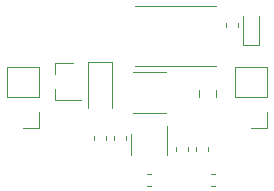
<source format=gto>
G04 #@! TF.GenerationSoftware,KiCad,Pcbnew,(5.1.2)-1*
G04 #@! TF.CreationDate,2019-05-27T15:40:10+12:00*
G04 #@! TF.ProjectId,TinyBEC,54696e79-4245-4432-9e6b-696361645f70,rev?*
G04 #@! TF.SameCoordinates,Original*
G04 #@! TF.FileFunction,Legend,Top*
G04 #@! TF.FilePolarity,Positive*
%FSLAX46Y46*%
G04 Gerber Fmt 4.6, Leading zero omitted, Abs format (unit mm)*
G04 Created by KiCad (PCBNEW (5.1.2)-1) date 2019-05-27 15:40:10*
%MOMM*%
%LPD*%
G04 APERTURE LIST*
%ADD10C,0.120000*%
G04 APERTURE END LIST*
D10*
X126810000Y-108228733D02*
X126810000Y-108571267D01*
X125790000Y-108228733D02*
X125790000Y-108571267D01*
X122113748Y-101890000D02*
X124886252Y-101890000D01*
X122113748Y-105310000D02*
X124886252Y-105310000D01*
X120300000Y-101050000D02*
X118300000Y-101050000D01*
X118300000Y-101050000D02*
X118300000Y-104950000D01*
X120300000Y-101050000D02*
X120300000Y-104950000D01*
X131415000Y-97100000D02*
X131415000Y-99585000D01*
X131415000Y-99585000D02*
X132785000Y-99585000D01*
X132785000Y-99585000D02*
X132785000Y-97100000D01*
X114130000Y-101430000D02*
X111470000Y-101430000D01*
X114130000Y-104030000D02*
X114130000Y-101430000D01*
X111470000Y-104030000D02*
X111470000Y-101430000D01*
X114130000Y-104030000D02*
X111470000Y-104030000D01*
X114130000Y-105300000D02*
X114130000Y-106630000D01*
X114130000Y-106630000D02*
X112800000Y-106630000D01*
X133430000Y-106630000D02*
X132100000Y-106630000D01*
X133430000Y-105300000D02*
X133430000Y-106630000D01*
X133430000Y-104030000D02*
X130770000Y-104030000D01*
X130770000Y-104030000D02*
X130770000Y-101430000D01*
X133430000Y-104030000D02*
X133430000Y-101430000D01*
X133430000Y-101430000D02*
X130770000Y-101430000D01*
X122250000Y-96250000D02*
X129150000Y-96250000D01*
X122250000Y-101350000D02*
X129150000Y-101350000D01*
X115540000Y-101120000D02*
X115540000Y-102050000D01*
X115540000Y-104280000D02*
X115540000Y-103350000D01*
X115540000Y-104280000D02*
X117700000Y-104280000D01*
X115540000Y-101120000D02*
X117000000Y-101120000D01*
X121510000Y-107671267D02*
X121510000Y-107328733D01*
X120490000Y-107671267D02*
X120490000Y-107328733D01*
X123671267Y-110490000D02*
X123328733Y-110490000D01*
X123671267Y-111510000D02*
X123328733Y-111510000D01*
X128510000Y-108228733D02*
X128510000Y-108571267D01*
X127490000Y-108228733D02*
X127490000Y-108571267D01*
X131010000Y-98096267D02*
X131010000Y-97753733D01*
X129990000Y-98096267D02*
X129990000Y-97753733D01*
X128703733Y-110490000D02*
X129046267Y-110490000D01*
X128703733Y-111510000D02*
X129046267Y-111510000D01*
X119810000Y-107328733D02*
X119810000Y-107671267D01*
X118790000Y-107328733D02*
X118790000Y-107671267D01*
X121940000Y-107120000D02*
X121940000Y-108880000D01*
X125010000Y-108880000D02*
X125010000Y-106450000D01*
X129110000Y-103438748D02*
X129110000Y-103961252D01*
X127690000Y-103438748D02*
X127690000Y-103961252D01*
M02*

</source>
